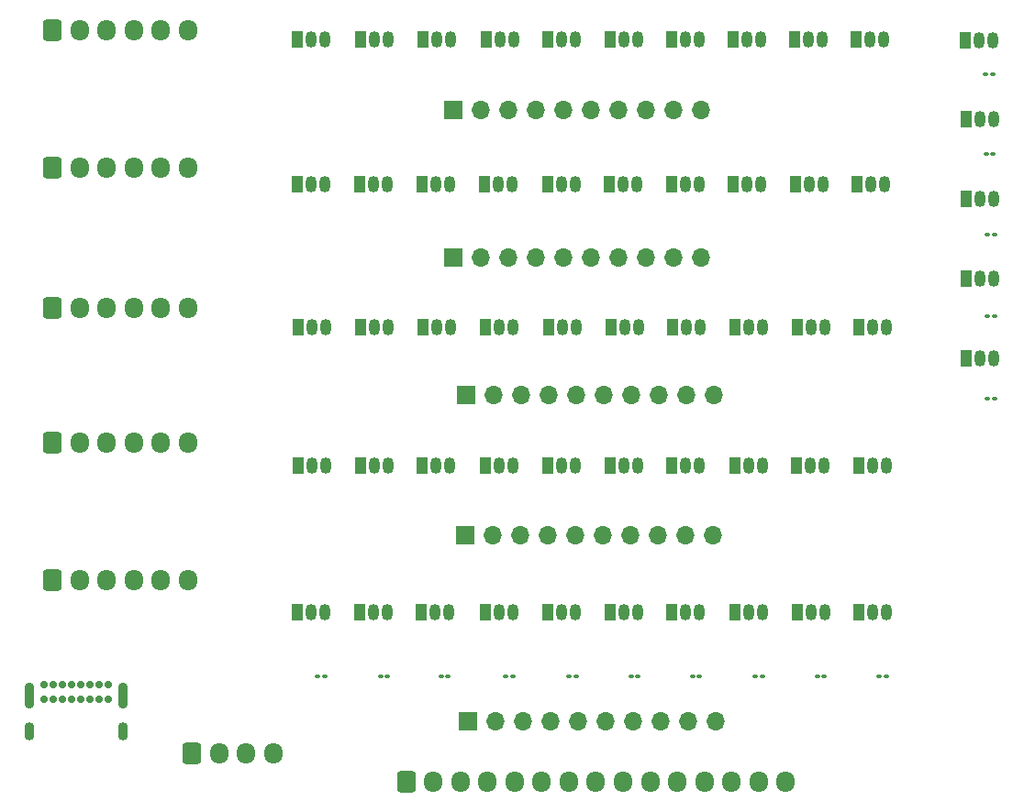
<source format=gbr>
%TF.GenerationSoftware,KiCad,Pcbnew,7.0.8*%
%TF.CreationDate,2023-11-07T23:02:09+01:00*%
%TF.ProjectId,Schaltplan,53636861-6c74-4706-9c61-6e2e6b696361,rev?*%
%TF.SameCoordinates,Original*%
%TF.FileFunction,Soldermask,Top*%
%TF.FilePolarity,Negative*%
%FSLAX46Y46*%
G04 Gerber Fmt 4.6, Leading zero omitted, Abs format (unit mm)*
G04 Created by KiCad (PCBNEW 7.0.8) date 2023-11-07 23:02:09*
%MOMM*%
%LPD*%
G01*
G04 APERTURE LIST*
G04 Aperture macros list*
%AMRoundRect*
0 Rectangle with rounded corners*
0 $1 Rounding radius*
0 $2 $3 $4 $5 $6 $7 $8 $9 X,Y pos of 4 corners*
0 Add a 4 corners polygon primitive as box body*
4,1,4,$2,$3,$4,$5,$6,$7,$8,$9,$2,$3,0*
0 Add four circle primitives for the rounded corners*
1,1,$1+$1,$2,$3*
1,1,$1+$1,$4,$5*
1,1,$1+$1,$6,$7*
1,1,$1+$1,$8,$9*
0 Add four rect primitives between the rounded corners*
20,1,$1+$1,$2,$3,$4,$5,0*
20,1,$1+$1,$4,$5,$6,$7,0*
20,1,$1+$1,$6,$7,$8,$9,0*
20,1,$1+$1,$8,$9,$2,$3,0*%
G04 Aperture macros list end*
%ADD10R,1.700000X1.700000*%
%ADD11O,1.700000X1.700000*%
%ADD12R,1.050000X1.500000*%
%ADD13O,1.050000X1.500000*%
%ADD14RoundRect,0.250000X-0.600000X-0.725000X0.600000X-0.725000X0.600000X0.725000X-0.600000X0.725000X0*%
%ADD15O,1.700000X1.950000*%
%ADD16RoundRect,0.100000X-0.130000X-0.100000X0.130000X-0.100000X0.130000X0.100000X-0.130000X0.100000X0*%
%ADD17C,0.700000*%
%ADD18O,0.900000X2.400000*%
%ADD19O,0.900000X1.700000*%
G04 APERTURE END LIST*
D10*
%TO.C,J58*%
X144627600Y-76911200D03*
D11*
X147167600Y-76911200D03*
X149707600Y-76911200D03*
X152247600Y-76911200D03*
X154787600Y-76911200D03*
X157327600Y-76911200D03*
X159867600Y-76911200D03*
X162407600Y-76911200D03*
X164947600Y-76911200D03*
X167487600Y-76911200D03*
%TD*%
D12*
%TO.C,Q13*%
X136088200Y-96113600D03*
D13*
X137358200Y-96113600D03*
X138628200Y-96113600D03*
%TD*%
D12*
%TO.C,Q32*%
X159049800Y-70154800D03*
D13*
X160319800Y-70154800D03*
X161589800Y-70154800D03*
%TD*%
D12*
%TO.C,Q14*%
X192024000Y-86258400D03*
D13*
X193294000Y-86258400D03*
X194564000Y-86258400D03*
%TD*%
D12*
%TO.C,Q35*%
X159156400Y-109677200D03*
D13*
X160426400Y-109677200D03*
X161696400Y-109677200D03*
%TD*%
D12*
%TO.C,Q16*%
X136042400Y-109677200D03*
D13*
X137312400Y-109677200D03*
X138582400Y-109677200D03*
%TD*%
D12*
%TO.C,Q24*%
X147619800Y-96113600D03*
D13*
X148889800Y-96113600D03*
X150159800Y-96113600D03*
%TD*%
D12*
%TO.C,Q40*%
X164846000Y-109677200D03*
D13*
X166116000Y-109677200D03*
X167386000Y-109677200D03*
%TD*%
D12*
%TO.C,Q10*%
X136139000Y-83312000D03*
D13*
X137409000Y-83312000D03*
X138679000Y-83312000D03*
%TD*%
D12*
%TO.C,Q11*%
X192024000Y-78892400D03*
D13*
X193294000Y-78892400D03*
X194564000Y-78892400D03*
%TD*%
D12*
%TO.C,Q1*%
X191871600Y-56845200D03*
D13*
X193141600Y-56845200D03*
X194411600Y-56845200D03*
%TD*%
D12*
%TO.C,Q44*%
X170632200Y-96113600D03*
D13*
X171902200Y-96113600D03*
X173172200Y-96113600D03*
%TD*%
D12*
%TO.C,Q29*%
X153411000Y-96113600D03*
D13*
X154681000Y-96113600D03*
X155951000Y-96113600D03*
%TD*%
D14*
%TO.C,J52*%
X107694400Y-68584800D03*
D15*
X110194400Y-68584800D03*
X112694400Y-68584800D03*
X115194400Y-68584800D03*
X117694400Y-68584800D03*
X120194400Y-68584800D03*
%TD*%
D16*
%TO.C,R3*%
X132177000Y-115620800D03*
X132817000Y-115620800D03*
%TD*%
D12*
%TO.C,Q15*%
X130302000Y-109677200D03*
D13*
X131572000Y-109677200D03*
X132842000Y-109677200D03*
%TD*%
D12*
%TO.C,Q17*%
X141777800Y-70154800D03*
D13*
X143047800Y-70154800D03*
X144317800Y-70154800D03*
%TD*%
D12*
%TO.C,Q52*%
X181960600Y-70154800D03*
D13*
X183230600Y-70154800D03*
X184500600Y-70154800D03*
%TD*%
D12*
%TO.C,Q55*%
X182067200Y-109677200D03*
D13*
X183337200Y-109677200D03*
X184607200Y-109677200D03*
%TD*%
D16*
%TO.C,R11*%
X161071600Y-115570000D03*
X161711600Y-115570000D03*
%TD*%
D12*
%TO.C,Q37*%
X164790200Y-70154800D03*
D13*
X166060200Y-70154800D03*
X167330200Y-70154800D03*
%TD*%
D14*
%TO.C,J3*%
X140328000Y-125374400D03*
D15*
X142828000Y-125374400D03*
X145328000Y-125374400D03*
X147828000Y-125374400D03*
X150328000Y-125374400D03*
X152828000Y-125374400D03*
X155328000Y-125374400D03*
X157828000Y-125374400D03*
X160328000Y-125374400D03*
X162828000Y-125374400D03*
X165328000Y-125374400D03*
X167828000Y-125374400D03*
X170328000Y-125374400D03*
X172828000Y-125374400D03*
X175328000Y-125374400D03*
%TD*%
D12*
%TO.C,Q33*%
X159202200Y-83312000D03*
D13*
X160472200Y-83312000D03*
X161742200Y-83312000D03*
%TD*%
D16*
%TO.C,R4*%
X137968200Y-115570000D03*
X138608200Y-115570000D03*
%TD*%
%TO.C,R14*%
X178252600Y-115620800D03*
X178892600Y-115620800D03*
%TD*%
D12*
%TO.C,Q51*%
X181864000Y-56794400D03*
D13*
X183134000Y-56794400D03*
X184404000Y-56794400D03*
%TD*%
D12*
%TO.C,Q47*%
X176271000Y-70154800D03*
D13*
X177541000Y-70154800D03*
X178811000Y-70154800D03*
%TD*%
D12*
%TO.C,Q18*%
X141879400Y-83312000D03*
D13*
X143149400Y-83312000D03*
X144419400Y-83312000D03*
%TD*%
D16*
%TO.C,R1*%
X193786800Y-59944000D03*
X194426800Y-59944000D03*
%TD*%
%TO.C,R6*%
X193939200Y-82296000D03*
X194579200Y-82296000D03*
%TD*%
D12*
%TO.C,Q48*%
X176423400Y-83312000D03*
D13*
X177693400Y-83312000D03*
X178963400Y-83312000D03*
%TD*%
D10*
%TO.C,J60*%
X145745200Y-102565200D03*
D11*
X148285200Y-102565200D03*
X150825200Y-102565200D03*
X153365200Y-102565200D03*
X155905200Y-102565200D03*
X158445200Y-102565200D03*
X160985200Y-102565200D03*
X163525200Y-102565200D03*
X166065200Y-102565200D03*
X168605200Y-102565200D03*
%TD*%
D12*
%TO.C,Q34*%
X159151400Y-96113600D03*
D13*
X160421400Y-96113600D03*
X161691400Y-96113600D03*
%TD*%
D12*
%TO.C,Q21*%
X147675600Y-56794400D03*
D13*
X148945600Y-56794400D03*
X150215600Y-56794400D03*
%TD*%
D14*
%TO.C,J2*%
X120566800Y-122682000D03*
D15*
X123066800Y-122682000D03*
X125566800Y-122682000D03*
X128066800Y-122682000D03*
%TD*%
D12*
%TO.C,Q8*%
X192024000Y-71526400D03*
D13*
X193294000Y-71526400D03*
X194564000Y-71526400D03*
%TD*%
D12*
%TO.C,Q38*%
X164942600Y-83312000D03*
D13*
X166212600Y-83312000D03*
X167482600Y-83312000D03*
%TD*%
D12*
%TO.C,Q5*%
X136093200Y-56794400D03*
D13*
X137363200Y-56794400D03*
X138633200Y-56794400D03*
%TD*%
D12*
%TO.C,Q23*%
X147670600Y-83312000D03*
D13*
X148940600Y-83312000D03*
X150210600Y-83312000D03*
%TD*%
D16*
%TO.C,R5*%
X193939200Y-74777600D03*
X194579200Y-74777600D03*
%TD*%
D12*
%TO.C,Q36*%
X164795200Y-56794400D03*
D13*
X166065200Y-56794400D03*
X167335200Y-56794400D03*
%TD*%
D16*
%TO.C,R9*%
X149529400Y-115570000D03*
X150169400Y-115570000D03*
%TD*%
D12*
%TO.C,Q42*%
X170530600Y-70154800D03*
D13*
X171800600Y-70154800D03*
X173070600Y-70154800D03*
%TD*%
D16*
%TO.C,R12*%
X166725600Y-115570000D03*
X167365600Y-115570000D03*
%TD*%
%TO.C,R2*%
X193822400Y-67360800D03*
X194462400Y-67360800D03*
%TD*%
D12*
%TO.C,Q9*%
X130347800Y-83312000D03*
D13*
X131617800Y-83312000D03*
X132887800Y-83312000D03*
%TD*%
D12*
%TO.C,Q22*%
X147569000Y-70154800D03*
D13*
X148839000Y-70154800D03*
X150109000Y-70154800D03*
%TD*%
D12*
%TO.C,Q54*%
X182062200Y-96113600D03*
D13*
X183332200Y-96113600D03*
X184602200Y-96113600D03*
%TD*%
D14*
%TO.C,J55*%
X107694400Y-106684800D03*
D15*
X110194400Y-106684800D03*
X112694400Y-106684800D03*
X115194400Y-106684800D03*
X117694400Y-106684800D03*
X120194400Y-106684800D03*
%TD*%
D12*
%TO.C,Q25*%
X147624800Y-109677200D03*
D13*
X148894800Y-109677200D03*
X150164800Y-109677200D03*
%TD*%
D16*
%TO.C,R13*%
X172541800Y-115620800D03*
X173181800Y-115620800D03*
%TD*%
D12*
%TO.C,Q45*%
X170637200Y-109677200D03*
D13*
X171907200Y-109677200D03*
X173177200Y-109677200D03*
%TD*%
D12*
%TO.C,Q53*%
X182113000Y-83312000D03*
D13*
X183383000Y-83312000D03*
X184653000Y-83312000D03*
%TD*%
D12*
%TO.C,Q4*%
X130246200Y-70154800D03*
D13*
X131516200Y-70154800D03*
X132786200Y-70154800D03*
%TD*%
D16*
%TO.C,R15*%
X183993000Y-115620800D03*
X184633000Y-115620800D03*
%TD*%
D12*
%TO.C,Q20*%
X141732000Y-109677200D03*
D13*
X143002000Y-109677200D03*
X144272000Y-109677200D03*
%TD*%
D12*
%TO.C,Q30*%
X153416000Y-109677200D03*
D13*
X154686000Y-109677200D03*
X155956000Y-109677200D03*
%TD*%
D12*
%TO.C,Q43*%
X170683000Y-83312000D03*
D13*
X171953000Y-83312000D03*
X173223000Y-83312000D03*
%TD*%
D17*
%TO.C,P1*%
X106891400Y-116366200D03*
X107741400Y-116366200D03*
X108591400Y-116366200D03*
X109441400Y-116366200D03*
X110291400Y-116366200D03*
X111141400Y-116366200D03*
X111991400Y-116366200D03*
X112841400Y-116366200D03*
X112841400Y-117716200D03*
X111991400Y-117716200D03*
X111141400Y-117716200D03*
X110291400Y-117716200D03*
X109441400Y-117716200D03*
X108591400Y-117716200D03*
X107741400Y-117716200D03*
X106891400Y-117716200D03*
D18*
X105541400Y-117346200D03*
D19*
X105541400Y-120726200D03*
D18*
X114191400Y-117346200D03*
D19*
X114191400Y-120726200D03*
%TD*%
D12*
%TO.C,Q2*%
X191973200Y-64160400D03*
D13*
X193243200Y-64160400D03*
X194513200Y-64160400D03*
%TD*%
D10*
%TO.C,J59*%
X145892600Y-89611200D03*
D11*
X148432600Y-89611200D03*
X150972600Y-89611200D03*
X153512600Y-89611200D03*
X156052600Y-89611200D03*
X158592600Y-89611200D03*
X161132600Y-89611200D03*
X163672600Y-89611200D03*
X166212600Y-89611200D03*
X168752600Y-89611200D03*
%TD*%
D12*
%TO.C,Q28*%
X153461800Y-83312000D03*
D13*
X154731800Y-83312000D03*
X156001800Y-83312000D03*
%TD*%
D12*
%TO.C,Q41*%
X170484800Y-56794400D03*
D13*
X171754800Y-56794400D03*
X173024800Y-56794400D03*
%TD*%
D12*
%TO.C,Q12*%
X130347800Y-96113600D03*
D13*
X131617800Y-96113600D03*
X132887800Y-96113600D03*
%TD*%
D12*
%TO.C,Q27*%
X153360200Y-70154800D03*
D13*
X154630200Y-70154800D03*
X155900200Y-70154800D03*
%TD*%
D16*
%TO.C,R8*%
X143556200Y-115570000D03*
X144196200Y-115570000D03*
%TD*%
D12*
%TO.C,Q26*%
X153416000Y-56794400D03*
D13*
X154686000Y-56794400D03*
X155956000Y-56794400D03*
%TD*%
D12*
%TO.C,Q46*%
X176174400Y-56794400D03*
D13*
X177444400Y-56794400D03*
X178714400Y-56794400D03*
%TD*%
D12*
%TO.C,Q19*%
X141777800Y-96113600D03*
D13*
X143047800Y-96113600D03*
X144317800Y-96113600D03*
%TD*%
D14*
%TO.C,J53*%
X107694400Y-81584800D03*
D15*
X110194400Y-81584800D03*
X112694400Y-81584800D03*
X115194400Y-81584800D03*
X117694400Y-81584800D03*
X120194400Y-81584800D03*
%TD*%
D12*
%TO.C,Q6*%
X136037400Y-70154800D03*
D13*
X137307400Y-70154800D03*
X138577400Y-70154800D03*
%TD*%
D10*
%TO.C,J61*%
X146050000Y-119786400D03*
D11*
X148590000Y-119786400D03*
X151130000Y-119786400D03*
X153670000Y-119786400D03*
X156210000Y-119786400D03*
X158750000Y-119786400D03*
X161290000Y-119786400D03*
X163830000Y-119786400D03*
X166370000Y-119786400D03*
X168910000Y-119786400D03*
%TD*%
D12*
%TO.C,Q3*%
X130302000Y-56790000D03*
D13*
X131572000Y-56790000D03*
X132842000Y-56790000D03*
%TD*%
D12*
%TO.C,Q31*%
X159105600Y-56794400D03*
D13*
X160375600Y-56794400D03*
X161645600Y-56794400D03*
%TD*%
D16*
%TO.C,R7*%
X193954400Y-89966800D03*
X194594400Y-89966800D03*
%TD*%
D14*
%TO.C,J54*%
X107694400Y-93984800D03*
D15*
X110194400Y-93984800D03*
X112694400Y-93984800D03*
X115194400Y-93984800D03*
X117694400Y-93984800D03*
X120194400Y-93984800D03*
%TD*%
D12*
%TO.C,Q50*%
X176377600Y-109677200D03*
D13*
X177647600Y-109677200D03*
X178917600Y-109677200D03*
%TD*%
D12*
%TO.C,Q39*%
X164841000Y-96113600D03*
D13*
X166111000Y-96113600D03*
X167381000Y-96113600D03*
%TD*%
D10*
%TO.C,J57*%
X144678400Y-63296800D03*
D11*
X147218400Y-63296800D03*
X149758400Y-63296800D03*
X152298400Y-63296800D03*
X154838400Y-63296800D03*
X157378400Y-63296800D03*
X159918400Y-63296800D03*
X162458400Y-63296800D03*
X164998400Y-63296800D03*
X167538400Y-63296800D03*
%TD*%
D14*
%TO.C,J51*%
X107694400Y-55884800D03*
D15*
X110194400Y-55884800D03*
X112694400Y-55884800D03*
X115194400Y-55884800D03*
X117694400Y-55884800D03*
X120194400Y-55884800D03*
%TD*%
D16*
%TO.C,R10*%
X155371400Y-115620800D03*
X156011400Y-115620800D03*
%TD*%
D12*
%TO.C,Q7*%
X141884400Y-56794400D03*
D13*
X143154400Y-56794400D03*
X144424400Y-56794400D03*
%TD*%
D12*
%TO.C,Q49*%
X176372600Y-96113600D03*
D13*
X177642600Y-96113600D03*
X178912600Y-96113600D03*
%TD*%
M02*

</source>
